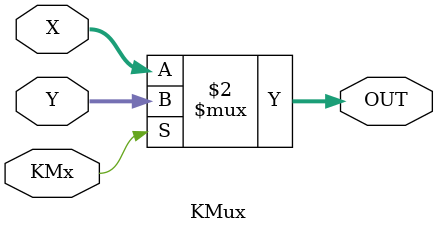
<source format=v>
module KMux (X,Y,KMx, OUT);

	input [15:0] X, Y;
	input KMx;
	output reg [15:0] OUT;
	
	always @ (X or Y or KMx)
	begin
	OUT = KMx ? Y : X; //Si Kmx = 0 -> OUT = X
	end

endmodule


</source>
